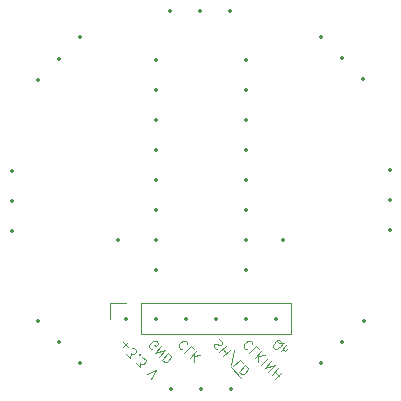
<source format=gbo>
%TF.GenerationSoftware,KiCad,Pcbnew,8.0.5*%
%TF.CreationDate,2024-12-10T18:09:28+10:00*%
%TF.ProjectId,windVane,77696e64-5661-46e6-952e-6b696361645f,rev?*%
%TF.SameCoordinates,Original*%
%TF.FileFunction,Legend,Bot*%
%TF.FilePolarity,Positive*%
%FSLAX46Y46*%
G04 Gerber Fmt 4.6, Leading zero omitted, Abs format (unit mm)*
G04 Created by KiCad (PCBNEW 8.0.5) date 2024-12-10 18:09:28*
%MOMM*%
%LPD*%
G01*
G04 APERTURE LIST*
%ADD10C,0.125000*%
%ADD11C,0.120000*%
%ADD12C,0.350000*%
G04 APERTURE END LIST*
D10*
X143403512Y-112982161D02*
X143834510Y-113413159D01*
X143834510Y-112982161D02*
X143403512Y-113413159D01*
X143699823Y-113978844D02*
X144050009Y-114329031D01*
X144050009Y-114329031D02*
X144076947Y-113924970D01*
X144076947Y-113924970D02*
X144157759Y-114005782D01*
X144157759Y-114005782D02*
X144238571Y-114032719D01*
X144238571Y-114032719D02*
X144292446Y-114032719D01*
X144292446Y-114032719D02*
X144373258Y-114005782D01*
X144373258Y-114005782D02*
X144507945Y-113871095D01*
X144507945Y-113871095D02*
X144534882Y-113790283D01*
X144534882Y-113790283D02*
X144534882Y-113736408D01*
X144534882Y-113736408D02*
X144507945Y-113655596D01*
X144507945Y-113655596D02*
X144346321Y-113493971D01*
X144346321Y-113493971D02*
X144265508Y-113467034D01*
X144265508Y-113467034D02*
X144211634Y-113467034D01*
X144804257Y-114059657D02*
X144858131Y-114059657D01*
X144858131Y-114059657D02*
X144858131Y-114005782D01*
X144858131Y-114005782D02*
X144804257Y-114005782D01*
X144804257Y-114005782D02*
X144804257Y-114059657D01*
X144804257Y-114059657D02*
X144858131Y-114005782D01*
X144507945Y-114786966D02*
X144858131Y-115137153D01*
X144858131Y-115137153D02*
X144885068Y-114733092D01*
X144885068Y-114733092D02*
X144965881Y-114813904D01*
X144965881Y-114813904D02*
X145046693Y-114840841D01*
X145046693Y-114840841D02*
X145100568Y-114840841D01*
X145100568Y-114840841D02*
X145181380Y-114813904D01*
X145181380Y-114813904D02*
X145316067Y-114679217D01*
X145316067Y-114679217D02*
X145343004Y-114598404D01*
X145343004Y-114598404D02*
X145343004Y-114544530D01*
X145343004Y-114544530D02*
X145316067Y-114463717D01*
X145316067Y-114463717D02*
X145154442Y-114302093D01*
X145154442Y-114302093D02*
X145073630Y-114275156D01*
X145073630Y-114275156D02*
X145019755Y-114275156D01*
X145450754Y-115729776D02*
X146205001Y-115352652D01*
X146205001Y-115352652D02*
X145827878Y-116106899D01*
X157050009Y-113089910D02*
X156969197Y-113062973D01*
X156969197Y-113062973D02*
X156861447Y-113062973D01*
X156861447Y-113062973D02*
X156699823Y-113062973D01*
X156699823Y-113062973D02*
X156619011Y-113036035D01*
X156619011Y-113036035D02*
X156565136Y-112982161D01*
X156726760Y-112874411D02*
X156645948Y-112847474D01*
X156645948Y-112847474D02*
X156538199Y-112847474D01*
X156538199Y-112847474D02*
X156403512Y-112928286D01*
X156403512Y-112928286D02*
X156214950Y-113116848D01*
X156214950Y-113116848D02*
X156134138Y-113251535D01*
X156134138Y-113251535D02*
X156134138Y-113359284D01*
X156134138Y-113359284D02*
X156161075Y-113440096D01*
X156161075Y-113440096D02*
X156268825Y-113547846D01*
X156268825Y-113547846D02*
X156349637Y-113574783D01*
X156349637Y-113574783D02*
X156457386Y-113574783D01*
X156457386Y-113574783D02*
X156592073Y-113493971D01*
X156592073Y-113493971D02*
X156780635Y-113305409D01*
X156780635Y-113305409D02*
X156861447Y-113170722D01*
X156861447Y-113170722D02*
X156861447Y-113062973D01*
X156861447Y-113062973D02*
X156834510Y-112982161D01*
X156834510Y-112982161D02*
X156726760Y-112874411D01*
X157247191Y-113269852D02*
X156794643Y-113722400D01*
X157441140Y-113463801D02*
X157204091Y-113700850D01*
X157204091Y-113700850D02*
X157139441Y-113722400D01*
X157139441Y-113722400D02*
X157074791Y-113700850D01*
X157074791Y-113700850D02*
X157010142Y-113636201D01*
X157010142Y-113636201D02*
X156988592Y-113571551D01*
X156988592Y-113571551D02*
X156988592Y-113528451D01*
X148888385Y-113143785D02*
X148888385Y-113089910D01*
X148888385Y-113089910D02*
X148834510Y-112982161D01*
X148834510Y-112982161D02*
X148780635Y-112928286D01*
X148780635Y-112928286D02*
X148672886Y-112874411D01*
X148672886Y-112874411D02*
X148565136Y-112874411D01*
X148565136Y-112874411D02*
X148484324Y-112901348D01*
X148484324Y-112901348D02*
X148349637Y-112982161D01*
X148349637Y-112982161D02*
X148268825Y-113062973D01*
X148268825Y-113062973D02*
X148188012Y-113197660D01*
X148188012Y-113197660D02*
X148161075Y-113278472D01*
X148161075Y-113278472D02*
X148161075Y-113386222D01*
X148161075Y-113386222D02*
X148214950Y-113493971D01*
X148214950Y-113493971D02*
X148268825Y-113547846D01*
X148268825Y-113547846D02*
X148376574Y-113601721D01*
X148376574Y-113601721D02*
X148430449Y-113601721D01*
X149454070Y-113601721D02*
X149184696Y-113332347D01*
X149184696Y-113332347D02*
X148619011Y-113898032D01*
X149642632Y-113790283D02*
X149076947Y-114355968D01*
X149965881Y-114113531D02*
X149400195Y-114194344D01*
X149400195Y-114679217D02*
X149400195Y-114032719D01*
X151565136Y-112766661D02*
X151672886Y-112820536D01*
X151672886Y-112820536D02*
X151807573Y-112955223D01*
X151807573Y-112955223D02*
X151834510Y-113036035D01*
X151834510Y-113036035D02*
X151834510Y-113089910D01*
X151834510Y-113089910D02*
X151807573Y-113170722D01*
X151807573Y-113170722D02*
X151753698Y-113224597D01*
X151753698Y-113224597D02*
X151672886Y-113251535D01*
X151672886Y-113251535D02*
X151619011Y-113251535D01*
X151619011Y-113251535D02*
X151538199Y-113224597D01*
X151538199Y-113224597D02*
X151403512Y-113143785D01*
X151403512Y-113143785D02*
X151322699Y-113116848D01*
X151322699Y-113116848D02*
X151268825Y-113116848D01*
X151268825Y-113116848D02*
X151188012Y-113143785D01*
X151188012Y-113143785D02*
X151134138Y-113197660D01*
X151134138Y-113197660D02*
X151107200Y-113278472D01*
X151107200Y-113278472D02*
X151107200Y-113332347D01*
X151107200Y-113332347D02*
X151134138Y-113413159D01*
X151134138Y-113413159D02*
X151268825Y-113547846D01*
X151268825Y-113547846D02*
X151376574Y-113601721D01*
X152157759Y-113305410D02*
X151592074Y-113871095D01*
X151861448Y-113601721D02*
X152184696Y-113924970D01*
X152481008Y-113628658D02*
X151915322Y-114194344D01*
X152561820Y-114894716D02*
X152804256Y-113682533D01*
X153612378Y-114760029D02*
X153343004Y-114490655D01*
X153343004Y-114490655D02*
X152777319Y-115056340D01*
X153800940Y-114948591D02*
X153235255Y-115514276D01*
X153235255Y-115514276D02*
X153369942Y-115648963D01*
X153369942Y-115648963D02*
X153477691Y-115702838D01*
X153477691Y-115702838D02*
X153585441Y-115702838D01*
X153585441Y-115702838D02*
X153666253Y-115675901D01*
X153666253Y-115675901D02*
X153800940Y-115595088D01*
X153800940Y-115595088D02*
X153881752Y-115514276D01*
X153881752Y-115514276D02*
X153962565Y-115379589D01*
X153962565Y-115379589D02*
X153989502Y-115298777D01*
X153989502Y-115298777D02*
X153989502Y-115191027D01*
X153989502Y-115191027D02*
X153935627Y-115083278D01*
X153935627Y-115083278D02*
X153800940Y-114948591D01*
X152542155Y-115135267D02*
X153452640Y-116045751D01*
X145876574Y-113601721D02*
X145795762Y-113574783D01*
X145795762Y-113574783D02*
X145714950Y-113493971D01*
X145714950Y-113493971D02*
X145661075Y-113386222D01*
X145661075Y-113386222D02*
X145661075Y-113278472D01*
X145661075Y-113278472D02*
X145688012Y-113197660D01*
X145688012Y-113197660D02*
X145768825Y-113062973D01*
X145768825Y-113062973D02*
X145849637Y-112982161D01*
X145849637Y-112982161D02*
X145984324Y-112901348D01*
X145984324Y-112901348D02*
X146065136Y-112874411D01*
X146065136Y-112874411D02*
X146172886Y-112874411D01*
X146172886Y-112874411D02*
X146280635Y-112928286D01*
X146280635Y-112928286D02*
X146334510Y-112982161D01*
X146334510Y-112982161D02*
X146388385Y-113089910D01*
X146388385Y-113089910D02*
X146388385Y-113143785D01*
X146388385Y-113143785D02*
X146199823Y-113332347D01*
X146199823Y-113332347D02*
X146092073Y-113224597D01*
X146684696Y-113332347D02*
X146119011Y-113898032D01*
X146119011Y-113898032D02*
X147007945Y-113655596D01*
X147007945Y-113655596D02*
X146442260Y-114221281D01*
X147277319Y-113924970D02*
X146711633Y-114490655D01*
X146711633Y-114490655D02*
X146846320Y-114625342D01*
X146846320Y-114625342D02*
X146954070Y-114679217D01*
X146954070Y-114679217D02*
X147061820Y-114679217D01*
X147061820Y-114679217D02*
X147142632Y-114652279D01*
X147142632Y-114652279D02*
X147277319Y-114571467D01*
X147277319Y-114571467D02*
X147358131Y-114490655D01*
X147358131Y-114490655D02*
X147438943Y-114355968D01*
X147438943Y-114355968D02*
X147465881Y-114275156D01*
X147465881Y-114275156D02*
X147465881Y-114167406D01*
X147465881Y-114167406D02*
X147412006Y-114059657D01*
X147412006Y-114059657D02*
X147277319Y-113924970D01*
X154388385Y-113143785D02*
X154388385Y-113089910D01*
X154388385Y-113089910D02*
X154334510Y-112982161D01*
X154334510Y-112982161D02*
X154280635Y-112928286D01*
X154280635Y-112928286D02*
X154172886Y-112874411D01*
X154172886Y-112874411D02*
X154065136Y-112874411D01*
X154065136Y-112874411D02*
X153984324Y-112901348D01*
X153984324Y-112901348D02*
X153849637Y-112982161D01*
X153849637Y-112982161D02*
X153768825Y-113062973D01*
X153768825Y-113062973D02*
X153688012Y-113197660D01*
X153688012Y-113197660D02*
X153661075Y-113278472D01*
X153661075Y-113278472D02*
X153661075Y-113386222D01*
X153661075Y-113386222D02*
X153714950Y-113493971D01*
X153714950Y-113493971D02*
X153768825Y-113547846D01*
X153768825Y-113547846D02*
X153876574Y-113601721D01*
X153876574Y-113601721D02*
X153930449Y-113601721D01*
X154954070Y-113601721D02*
X154684696Y-113332347D01*
X154684696Y-113332347D02*
X154119011Y-113898032D01*
X155142632Y-113790283D02*
X154576947Y-114355968D01*
X155465881Y-114113531D02*
X154900195Y-114194344D01*
X154900195Y-114679217D02*
X154900195Y-114032719D01*
X155708317Y-114355968D02*
X155142632Y-114921654D01*
X155977691Y-114625342D02*
X155412006Y-115191027D01*
X155412006Y-115191027D02*
X156300940Y-114948591D01*
X156300940Y-114948591D02*
X155735255Y-115514276D01*
X156570314Y-115217964D02*
X156004628Y-115783650D01*
X156274002Y-115514276D02*
X156597251Y-115837525D01*
X156893563Y-115541213D02*
X156327877Y-116106899D01*
D11*
%TO.C,SIG1*%
X142320000Y-109670000D02*
X143650000Y-109670000D01*
X142320000Y-111000000D02*
X142320000Y-109670000D01*
X144920000Y-112330000D02*
X144920000Y-109670000D01*
X157680000Y-109670000D02*
X144920000Y-109670000D01*
X157680000Y-112330000D02*
X144920000Y-112330000D01*
X157680000Y-112330000D02*
X157680000Y-109670000D01*
%TD*%
D12*
X147475000Y-117000000D03*
X150015000Y-117000000D03*
X152555000Y-117000000D03*
X160203949Y-114796051D03*
X162000000Y-113000000D03*
X163796051Y-111203949D03*
X163750000Y-90750000D03*
X161953949Y-88953949D03*
X160157898Y-87157898D03*
X134000000Y-98475000D03*
X134000000Y-101015000D03*
X134000000Y-103555000D03*
X146200000Y-89125000D03*
X146200000Y-91665000D03*
X146200000Y-94205000D03*
X146200000Y-96745000D03*
X146200000Y-99285000D03*
X146200000Y-101825000D03*
X146200000Y-104365000D03*
X146200000Y-106905000D03*
X153820000Y-106905000D03*
X153820000Y-104365000D03*
X153820000Y-101825000D03*
X153820000Y-99285000D03*
X153820000Y-96745000D03*
X153820000Y-94205000D03*
X153820000Y-91665000D03*
X153820000Y-89125000D03*
X143000000Y-104365000D03*
X136203949Y-111203949D03*
X138000000Y-113000000D03*
X139796051Y-114796051D03*
X152525000Y-85000000D03*
X149985000Y-85000000D03*
X147445000Y-85000000D03*
X157000000Y-104365000D03*
X166000000Y-103525000D03*
X166000000Y-100985000D03*
X166000000Y-98445000D03*
X139796051Y-87203949D03*
X138000000Y-89000000D03*
X136203949Y-90796051D03*
X143650000Y-111000000D03*
X146190000Y-111000000D03*
X148730000Y-111000000D03*
X151270000Y-111000000D03*
X153810000Y-111000000D03*
X156350000Y-111000000D03*
M02*

</source>
